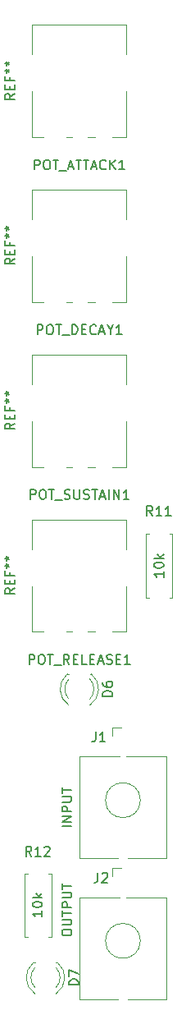
<source format=gbr>
%TF.GenerationSoftware,KiCad,Pcbnew,5.1.9+dfsg1-1~bpo10+1*%
%TF.CreationDate,2022-01-08T23:31:29+08:00*%
%TF.ProjectId,MiniADSR 1.0 - Control Panel,4d696e69-4144-4535-9220-312e30202d20,rev?*%
%TF.SameCoordinates,Original*%
%TF.FileFunction,Legend,Top*%
%TF.FilePolarity,Positive*%
%FSLAX46Y46*%
G04 Gerber Fmt 4.6, Leading zero omitted, Abs format (unit mm)*
G04 Created by KiCad (PCBNEW 5.1.9+dfsg1-1~bpo10+1) date 2022-01-08 23:31:29*
%MOMM*%
%LPD*%
G01*
G04 APERTURE LIST*
%ADD10C,0.120000*%
%ADD11C,0.150000*%
G04 APERTURE END LIST*
D10*
%TO.C,POT_RELEASE1*%
X106370000Y-116620000D02*
X106370000Y-111900000D01*
X106370000Y-116620000D02*
X104880000Y-116620000D01*
X103160000Y-116620000D02*
X102330000Y-116620000D01*
X97810000Y-116620000D02*
X96630000Y-116620000D01*
X106370000Y-105030000D02*
X96630000Y-105030000D01*
X106370000Y-108090000D02*
X106370000Y-105030000D01*
X96620000Y-116620000D02*
X96620000Y-111900000D01*
X96630000Y-108090000D02*
X96630000Y-105030000D01*
X100710000Y-116620000D02*
X100180000Y-116620000D01*
%TO.C,J1*%
X104940000Y-126500000D02*
X104940000Y-127300000D01*
X110500000Y-129480000D02*
X110500000Y-139980000D01*
X110500000Y-129480000D02*
X106350000Y-129480000D01*
X105650000Y-129480000D02*
X101500000Y-129480000D01*
X107800000Y-133980000D02*
G75*
G03*
X107800000Y-133980000I-1800000J0D01*
G01*
X101500000Y-129480000D02*
X101500000Y-139980000D01*
X110500000Y-139980000D02*
X106500000Y-139980000D01*
X105500000Y-139980000D02*
X101500000Y-139980000D01*
X104940000Y-126500000D02*
X105800000Y-126500000D01*
%TO.C,R12*%
X95880000Y-148080000D02*
X96210000Y-148080000D01*
X95880000Y-141540000D02*
X95880000Y-148080000D01*
X96210000Y-141540000D02*
X95880000Y-141540000D01*
X98620000Y-148080000D02*
X98290000Y-148080000D01*
X98620000Y-141540000D02*
X98620000Y-148080000D01*
X98290000Y-141540000D02*
X98620000Y-141540000D01*
%TO.C,R11*%
X110790000Y-106540000D02*
X111120000Y-106540000D01*
X111120000Y-106540000D02*
X111120000Y-113080000D01*
X111120000Y-113080000D02*
X110790000Y-113080000D01*
X108710000Y-106540000D02*
X108380000Y-106540000D01*
X108380000Y-106540000D02*
X108380000Y-113080000D01*
X108380000Y-113080000D02*
X108710000Y-113080000D01*
%TO.C,POT_ATTACK1*%
X100710000Y-65620000D02*
X100180000Y-65620000D01*
X96630000Y-57090000D02*
X96630000Y-54030000D01*
X96620000Y-65620000D02*
X96620000Y-60900000D01*
X106370000Y-57090000D02*
X106370000Y-54030000D01*
X106370000Y-54030000D02*
X96630000Y-54030000D01*
X97810000Y-65620000D02*
X96630000Y-65620000D01*
X103160000Y-65620000D02*
X102330000Y-65620000D01*
X106370000Y-65620000D02*
X104880000Y-65620000D01*
X106370000Y-65620000D02*
X106370000Y-60900000D01*
%TO.C,POT_DECAY1*%
X100710000Y-82620000D02*
X100180000Y-82620000D01*
X96630000Y-74090000D02*
X96630000Y-71030000D01*
X96620000Y-82620000D02*
X96620000Y-77900000D01*
X106370000Y-74090000D02*
X106370000Y-71030000D01*
X106370000Y-71030000D02*
X96630000Y-71030000D01*
X97810000Y-82620000D02*
X96630000Y-82620000D01*
X103160000Y-82620000D02*
X102330000Y-82620000D01*
X106370000Y-82620000D02*
X104880000Y-82620000D01*
X106370000Y-82620000D02*
X106370000Y-77900000D01*
%TO.C,POT_SUSTAIN1*%
X106370000Y-99620000D02*
X106370000Y-94900000D01*
X106370000Y-99620000D02*
X104880000Y-99620000D01*
X103160000Y-99620000D02*
X102330000Y-99620000D01*
X97810000Y-99620000D02*
X96630000Y-99620000D01*
X106370000Y-88030000D02*
X96630000Y-88030000D01*
X106370000Y-91090000D02*
X106370000Y-88030000D01*
X96620000Y-99620000D02*
X96620000Y-94900000D01*
X96630000Y-91090000D02*
X96630000Y-88030000D01*
X100710000Y-99620000D02*
X100180000Y-99620000D01*
%TO.C,D6*%
X102736000Y-120960000D02*
X102580000Y-120960000D01*
X100420000Y-120960000D02*
X100264000Y-120960000D01*
X100420163Y-123561130D02*
G75*
G02*
X100420000Y-121479039I1079837J1041130D01*
G01*
X102579837Y-123561130D02*
G75*
G03*
X102580000Y-121479039I-1079837J1041130D01*
G01*
X100421392Y-124192335D02*
G75*
G02*
X100264484Y-120960000I1078608J1672335D01*
G01*
X102578608Y-124192335D02*
G75*
G03*
X102735516Y-120960000I-1078608J1672335D01*
G01*
%TO.C,D7*%
X96920000Y-150710000D02*
X96764000Y-150710000D01*
X99236000Y-150710000D02*
X99080000Y-150710000D01*
X99078608Y-153942335D02*
G75*
G03*
X99235516Y-150710000I-1078608J1672335D01*
G01*
X96921392Y-153942335D02*
G75*
G02*
X96764484Y-150710000I1078608J1672335D01*
G01*
X99079837Y-153311130D02*
G75*
G03*
X99080000Y-151229039I-1079837J1041130D01*
G01*
X96920163Y-153311130D02*
G75*
G02*
X96920000Y-151229039I1079837J1041130D01*
G01*
%TO.C,J2*%
X104940000Y-141000000D02*
X104940000Y-141800000D01*
X110500000Y-143980000D02*
X110500000Y-154480000D01*
X110500000Y-143980000D02*
X106350000Y-143980000D01*
X105650000Y-143980000D02*
X101500000Y-143980000D01*
X107800000Y-148480000D02*
G75*
G03*
X107800000Y-148480000I-1800000J0D01*
G01*
X101500000Y-143980000D02*
X101500000Y-154480000D01*
X110500000Y-154480000D02*
X106500000Y-154480000D01*
X105500000Y-154480000D02*
X101500000Y-154480000D01*
X104940000Y-141000000D02*
X105800000Y-141000000D01*
%TO.C,POT_RELEASE1*%
D11*
X96309523Y-119952380D02*
X96309523Y-118952380D01*
X96690476Y-118952380D01*
X96785714Y-119000000D01*
X96833333Y-119047619D01*
X96880952Y-119142857D01*
X96880952Y-119285714D01*
X96833333Y-119380952D01*
X96785714Y-119428571D01*
X96690476Y-119476190D01*
X96309523Y-119476190D01*
X97500000Y-118952380D02*
X97690476Y-118952380D01*
X97785714Y-119000000D01*
X97880952Y-119095238D01*
X97928571Y-119285714D01*
X97928571Y-119619047D01*
X97880952Y-119809523D01*
X97785714Y-119904761D01*
X97690476Y-119952380D01*
X97500000Y-119952380D01*
X97404761Y-119904761D01*
X97309523Y-119809523D01*
X97261904Y-119619047D01*
X97261904Y-119285714D01*
X97309523Y-119095238D01*
X97404761Y-119000000D01*
X97500000Y-118952380D01*
X98214285Y-118952380D02*
X98785714Y-118952380D01*
X98500000Y-119952380D02*
X98500000Y-118952380D01*
X98880952Y-120047619D02*
X99642857Y-120047619D01*
X100452380Y-119952380D02*
X100119047Y-119476190D01*
X99880952Y-119952380D02*
X99880952Y-118952380D01*
X100261904Y-118952380D01*
X100357142Y-119000000D01*
X100404761Y-119047619D01*
X100452380Y-119142857D01*
X100452380Y-119285714D01*
X100404761Y-119380952D01*
X100357142Y-119428571D01*
X100261904Y-119476190D01*
X99880952Y-119476190D01*
X100880952Y-119428571D02*
X101214285Y-119428571D01*
X101357142Y-119952380D02*
X100880952Y-119952380D01*
X100880952Y-118952380D01*
X101357142Y-118952380D01*
X102261904Y-119952380D02*
X101785714Y-119952380D01*
X101785714Y-118952380D01*
X102595238Y-119428571D02*
X102928571Y-119428571D01*
X103071428Y-119952380D02*
X102595238Y-119952380D01*
X102595238Y-118952380D01*
X103071428Y-118952380D01*
X103452380Y-119666666D02*
X103928571Y-119666666D01*
X103357142Y-119952380D02*
X103690476Y-118952380D01*
X104023809Y-119952380D01*
X104309523Y-119904761D02*
X104452380Y-119952380D01*
X104690476Y-119952380D01*
X104785714Y-119904761D01*
X104833333Y-119857142D01*
X104880952Y-119761904D01*
X104880952Y-119666666D01*
X104833333Y-119571428D01*
X104785714Y-119523809D01*
X104690476Y-119476190D01*
X104500000Y-119428571D01*
X104404761Y-119380952D01*
X104357142Y-119333333D01*
X104309523Y-119238095D01*
X104309523Y-119142857D01*
X104357142Y-119047619D01*
X104404761Y-119000000D01*
X104500000Y-118952380D01*
X104738095Y-118952380D01*
X104880952Y-119000000D01*
X105309523Y-119428571D02*
X105642857Y-119428571D01*
X105785714Y-119952380D02*
X105309523Y-119952380D01*
X105309523Y-118952380D01*
X105785714Y-118952380D01*
X106738095Y-119952380D02*
X106166666Y-119952380D01*
X106452380Y-119952380D02*
X106452380Y-118952380D01*
X106357142Y-119095238D01*
X106261904Y-119190476D01*
X106166666Y-119238095D01*
X94812380Y-112123333D02*
X94336190Y-112456666D01*
X94812380Y-112694761D02*
X93812380Y-112694761D01*
X93812380Y-112313809D01*
X93860000Y-112218571D01*
X93907619Y-112170952D01*
X94002857Y-112123333D01*
X94145714Y-112123333D01*
X94240952Y-112170952D01*
X94288571Y-112218571D01*
X94336190Y-112313809D01*
X94336190Y-112694761D01*
X94288571Y-111694761D02*
X94288571Y-111361428D01*
X94812380Y-111218571D02*
X94812380Y-111694761D01*
X93812380Y-111694761D01*
X93812380Y-111218571D01*
X94288571Y-110456666D02*
X94288571Y-110790000D01*
X94812380Y-110790000D02*
X93812380Y-110790000D01*
X93812380Y-110313809D01*
X93812380Y-109790000D02*
X94050476Y-109790000D01*
X93955238Y-110028095D02*
X94050476Y-109790000D01*
X93955238Y-109551904D01*
X94240952Y-109932857D02*
X94050476Y-109790000D01*
X94240952Y-109647142D01*
X93812380Y-109028095D02*
X94050476Y-109028095D01*
X93955238Y-109266190D02*
X94050476Y-109028095D01*
X93955238Y-108790000D01*
X94240952Y-109170952D02*
X94050476Y-109028095D01*
X94240952Y-108885238D01*
%TO.C,J1*%
X103166666Y-126952380D02*
X103166666Y-127666666D01*
X103119047Y-127809523D01*
X103023809Y-127904761D01*
X102880952Y-127952380D01*
X102785714Y-127952380D01*
X104166666Y-127952380D02*
X103595238Y-127952380D01*
X103880952Y-127952380D02*
X103880952Y-126952380D01*
X103785714Y-127095238D01*
X103690476Y-127190476D01*
X103595238Y-127238095D01*
X100702380Y-136678571D02*
X99702380Y-136678571D01*
X100702380Y-136202380D02*
X99702380Y-136202380D01*
X100702380Y-135630952D01*
X99702380Y-135630952D01*
X100702380Y-135154761D02*
X99702380Y-135154761D01*
X99702380Y-134773809D01*
X99750000Y-134678571D01*
X99797619Y-134630952D01*
X99892857Y-134583333D01*
X100035714Y-134583333D01*
X100130952Y-134630952D01*
X100178571Y-134678571D01*
X100226190Y-134773809D01*
X100226190Y-135154761D01*
X99702380Y-134154761D02*
X100511904Y-134154761D01*
X100607142Y-134107142D01*
X100654761Y-134059523D01*
X100702380Y-133964285D01*
X100702380Y-133773809D01*
X100654761Y-133678571D01*
X100607142Y-133630952D01*
X100511904Y-133583333D01*
X99702380Y-133583333D01*
X99702380Y-133250000D02*
X99702380Y-132678571D01*
X100702380Y-132964285D02*
X99702380Y-132964285D01*
%TO.C,R12*%
X96557142Y-139752380D02*
X96223809Y-139276190D01*
X95985714Y-139752380D02*
X95985714Y-138752380D01*
X96366666Y-138752380D01*
X96461904Y-138800000D01*
X96509523Y-138847619D01*
X96557142Y-138942857D01*
X96557142Y-139085714D01*
X96509523Y-139180952D01*
X96461904Y-139228571D01*
X96366666Y-139276190D01*
X95985714Y-139276190D01*
X97509523Y-139752380D02*
X96938095Y-139752380D01*
X97223809Y-139752380D02*
X97223809Y-138752380D01*
X97128571Y-138895238D01*
X97033333Y-138990476D01*
X96938095Y-139038095D01*
X97890476Y-138847619D02*
X97938095Y-138800000D01*
X98033333Y-138752380D01*
X98271428Y-138752380D01*
X98366666Y-138800000D01*
X98414285Y-138847619D01*
X98461904Y-138942857D01*
X98461904Y-139038095D01*
X98414285Y-139180952D01*
X97842857Y-139752380D01*
X98461904Y-139752380D01*
X97652380Y-145395238D02*
X97652380Y-145966666D01*
X97652380Y-145680952D02*
X96652380Y-145680952D01*
X96795238Y-145776190D01*
X96890476Y-145871428D01*
X96938095Y-145966666D01*
X96652380Y-144776190D02*
X96652380Y-144680952D01*
X96700000Y-144585714D01*
X96747619Y-144538095D01*
X96842857Y-144490476D01*
X97033333Y-144442857D01*
X97271428Y-144442857D01*
X97461904Y-144490476D01*
X97557142Y-144538095D01*
X97604761Y-144585714D01*
X97652380Y-144680952D01*
X97652380Y-144776190D01*
X97604761Y-144871428D01*
X97557142Y-144919047D01*
X97461904Y-144966666D01*
X97271428Y-145014285D01*
X97033333Y-145014285D01*
X96842857Y-144966666D01*
X96747619Y-144919047D01*
X96700000Y-144871428D01*
X96652380Y-144776190D01*
X97652380Y-144014285D02*
X96652380Y-144014285D01*
X97271428Y-143919047D02*
X97652380Y-143633333D01*
X96985714Y-143633333D02*
X97366666Y-144014285D01*
%TO.C,R11*%
X109057142Y-104652380D02*
X108723809Y-104176190D01*
X108485714Y-104652380D02*
X108485714Y-103652380D01*
X108866666Y-103652380D01*
X108961904Y-103700000D01*
X109009523Y-103747619D01*
X109057142Y-103842857D01*
X109057142Y-103985714D01*
X109009523Y-104080952D01*
X108961904Y-104128571D01*
X108866666Y-104176190D01*
X108485714Y-104176190D01*
X110009523Y-104652380D02*
X109438095Y-104652380D01*
X109723809Y-104652380D02*
X109723809Y-103652380D01*
X109628571Y-103795238D01*
X109533333Y-103890476D01*
X109438095Y-103938095D01*
X110961904Y-104652380D02*
X110390476Y-104652380D01*
X110676190Y-104652380D02*
X110676190Y-103652380D01*
X110580952Y-103795238D01*
X110485714Y-103890476D01*
X110390476Y-103938095D01*
X110202380Y-110405238D02*
X110202380Y-110976666D01*
X110202380Y-110690952D02*
X109202380Y-110690952D01*
X109345238Y-110786190D01*
X109440476Y-110881428D01*
X109488095Y-110976666D01*
X109202380Y-109786190D02*
X109202380Y-109690952D01*
X109250000Y-109595714D01*
X109297619Y-109548095D01*
X109392857Y-109500476D01*
X109583333Y-109452857D01*
X109821428Y-109452857D01*
X110011904Y-109500476D01*
X110107142Y-109548095D01*
X110154761Y-109595714D01*
X110202380Y-109690952D01*
X110202380Y-109786190D01*
X110154761Y-109881428D01*
X110107142Y-109929047D01*
X110011904Y-109976666D01*
X109821428Y-110024285D01*
X109583333Y-110024285D01*
X109392857Y-109976666D01*
X109297619Y-109929047D01*
X109250000Y-109881428D01*
X109202380Y-109786190D01*
X110202380Y-109024285D02*
X109202380Y-109024285D01*
X109821428Y-108929047D02*
X110202380Y-108643333D01*
X109535714Y-108643333D02*
X109916666Y-109024285D01*
%TO.C,POT_ATTACK1*%
X96857142Y-68952380D02*
X96857142Y-67952380D01*
X97238095Y-67952380D01*
X97333333Y-68000000D01*
X97380952Y-68047619D01*
X97428571Y-68142857D01*
X97428571Y-68285714D01*
X97380952Y-68380952D01*
X97333333Y-68428571D01*
X97238095Y-68476190D01*
X96857142Y-68476190D01*
X98047619Y-67952380D02*
X98238095Y-67952380D01*
X98333333Y-68000000D01*
X98428571Y-68095238D01*
X98476190Y-68285714D01*
X98476190Y-68619047D01*
X98428571Y-68809523D01*
X98333333Y-68904761D01*
X98238095Y-68952380D01*
X98047619Y-68952380D01*
X97952380Y-68904761D01*
X97857142Y-68809523D01*
X97809523Y-68619047D01*
X97809523Y-68285714D01*
X97857142Y-68095238D01*
X97952380Y-68000000D01*
X98047619Y-67952380D01*
X98761904Y-67952380D02*
X99333333Y-67952380D01*
X99047619Y-68952380D02*
X99047619Y-67952380D01*
X99428571Y-69047619D02*
X100190476Y-69047619D01*
X100380952Y-68666666D02*
X100857142Y-68666666D01*
X100285714Y-68952380D02*
X100619047Y-67952380D01*
X100952380Y-68952380D01*
X101142857Y-67952380D02*
X101714285Y-67952380D01*
X101428571Y-68952380D02*
X101428571Y-67952380D01*
X101904761Y-67952380D02*
X102476190Y-67952380D01*
X102190476Y-68952380D02*
X102190476Y-67952380D01*
X102761904Y-68666666D02*
X103238095Y-68666666D01*
X102666666Y-68952380D02*
X103000000Y-67952380D01*
X103333333Y-68952380D01*
X104238095Y-68857142D02*
X104190476Y-68904761D01*
X104047619Y-68952380D01*
X103952380Y-68952380D01*
X103809523Y-68904761D01*
X103714285Y-68809523D01*
X103666666Y-68714285D01*
X103619047Y-68523809D01*
X103619047Y-68380952D01*
X103666666Y-68190476D01*
X103714285Y-68095238D01*
X103809523Y-68000000D01*
X103952380Y-67952380D01*
X104047619Y-67952380D01*
X104190476Y-68000000D01*
X104238095Y-68047619D01*
X104666666Y-68952380D02*
X104666666Y-67952380D01*
X105238095Y-68952380D02*
X104809523Y-68380952D01*
X105238095Y-67952380D02*
X104666666Y-68523809D01*
X106190476Y-68952380D02*
X105619047Y-68952380D01*
X105904761Y-68952380D02*
X105904761Y-67952380D01*
X105809523Y-68095238D01*
X105714285Y-68190476D01*
X105619047Y-68238095D01*
X94812380Y-61123333D02*
X94336190Y-61456666D01*
X94812380Y-61694761D02*
X93812380Y-61694761D01*
X93812380Y-61313809D01*
X93860000Y-61218571D01*
X93907619Y-61170952D01*
X94002857Y-61123333D01*
X94145714Y-61123333D01*
X94240952Y-61170952D01*
X94288571Y-61218571D01*
X94336190Y-61313809D01*
X94336190Y-61694761D01*
X94288571Y-60694761D02*
X94288571Y-60361428D01*
X94812380Y-60218571D02*
X94812380Y-60694761D01*
X93812380Y-60694761D01*
X93812380Y-60218571D01*
X94288571Y-59456666D02*
X94288571Y-59790000D01*
X94812380Y-59790000D02*
X93812380Y-59790000D01*
X93812380Y-59313809D01*
X93812380Y-58790000D02*
X94050476Y-58790000D01*
X93955238Y-59028095D02*
X94050476Y-58790000D01*
X93955238Y-58551904D01*
X94240952Y-58932857D02*
X94050476Y-58790000D01*
X94240952Y-58647142D01*
X93812380Y-58028095D02*
X94050476Y-58028095D01*
X93955238Y-58266190D02*
X94050476Y-58028095D01*
X93955238Y-57790000D01*
X94240952Y-58170952D02*
X94050476Y-58028095D01*
X94240952Y-57885238D01*
%TO.C,POT_DECAY1*%
X97166666Y-85952380D02*
X97166666Y-84952380D01*
X97547619Y-84952380D01*
X97642857Y-85000000D01*
X97690476Y-85047619D01*
X97738095Y-85142857D01*
X97738095Y-85285714D01*
X97690476Y-85380952D01*
X97642857Y-85428571D01*
X97547619Y-85476190D01*
X97166666Y-85476190D01*
X98357142Y-84952380D02*
X98547619Y-84952380D01*
X98642857Y-85000000D01*
X98738095Y-85095238D01*
X98785714Y-85285714D01*
X98785714Y-85619047D01*
X98738095Y-85809523D01*
X98642857Y-85904761D01*
X98547619Y-85952380D01*
X98357142Y-85952380D01*
X98261904Y-85904761D01*
X98166666Y-85809523D01*
X98119047Y-85619047D01*
X98119047Y-85285714D01*
X98166666Y-85095238D01*
X98261904Y-85000000D01*
X98357142Y-84952380D01*
X99071428Y-84952380D02*
X99642857Y-84952380D01*
X99357142Y-85952380D02*
X99357142Y-84952380D01*
X99738095Y-86047619D02*
X100500000Y-86047619D01*
X100738095Y-85952380D02*
X100738095Y-84952380D01*
X100976190Y-84952380D01*
X101119047Y-85000000D01*
X101214285Y-85095238D01*
X101261904Y-85190476D01*
X101309523Y-85380952D01*
X101309523Y-85523809D01*
X101261904Y-85714285D01*
X101214285Y-85809523D01*
X101119047Y-85904761D01*
X100976190Y-85952380D01*
X100738095Y-85952380D01*
X101738095Y-85428571D02*
X102071428Y-85428571D01*
X102214285Y-85952380D02*
X101738095Y-85952380D01*
X101738095Y-84952380D01*
X102214285Y-84952380D01*
X103214285Y-85857142D02*
X103166666Y-85904761D01*
X103023809Y-85952380D01*
X102928571Y-85952380D01*
X102785714Y-85904761D01*
X102690476Y-85809523D01*
X102642857Y-85714285D01*
X102595238Y-85523809D01*
X102595238Y-85380952D01*
X102642857Y-85190476D01*
X102690476Y-85095238D01*
X102785714Y-85000000D01*
X102928571Y-84952380D01*
X103023809Y-84952380D01*
X103166666Y-85000000D01*
X103214285Y-85047619D01*
X103595238Y-85666666D02*
X104071428Y-85666666D01*
X103500000Y-85952380D02*
X103833333Y-84952380D01*
X104166666Y-85952380D01*
X104690476Y-85476190D02*
X104690476Y-85952380D01*
X104357142Y-84952380D02*
X104690476Y-85476190D01*
X105023809Y-84952380D01*
X105880952Y-85952380D02*
X105309523Y-85952380D01*
X105595238Y-85952380D02*
X105595238Y-84952380D01*
X105500000Y-85095238D01*
X105404761Y-85190476D01*
X105309523Y-85238095D01*
X94812380Y-78123333D02*
X94336190Y-78456666D01*
X94812380Y-78694761D02*
X93812380Y-78694761D01*
X93812380Y-78313809D01*
X93860000Y-78218571D01*
X93907619Y-78170952D01*
X94002857Y-78123333D01*
X94145714Y-78123333D01*
X94240952Y-78170952D01*
X94288571Y-78218571D01*
X94336190Y-78313809D01*
X94336190Y-78694761D01*
X94288571Y-77694761D02*
X94288571Y-77361428D01*
X94812380Y-77218571D02*
X94812380Y-77694761D01*
X93812380Y-77694761D01*
X93812380Y-77218571D01*
X94288571Y-76456666D02*
X94288571Y-76790000D01*
X94812380Y-76790000D02*
X93812380Y-76790000D01*
X93812380Y-76313809D01*
X93812380Y-75790000D02*
X94050476Y-75790000D01*
X93955238Y-76028095D02*
X94050476Y-75790000D01*
X93955238Y-75551904D01*
X94240952Y-75932857D02*
X94050476Y-75790000D01*
X94240952Y-75647142D01*
X93812380Y-75028095D02*
X94050476Y-75028095D01*
X93955238Y-75266190D02*
X94050476Y-75028095D01*
X93955238Y-74790000D01*
X94240952Y-75170952D02*
X94050476Y-75028095D01*
X94240952Y-74885238D01*
%TO.C,POT_SUSTAIN1*%
X96428571Y-102952380D02*
X96428571Y-101952380D01*
X96809523Y-101952380D01*
X96904761Y-102000000D01*
X96952380Y-102047619D01*
X97000000Y-102142857D01*
X97000000Y-102285714D01*
X96952380Y-102380952D01*
X96904761Y-102428571D01*
X96809523Y-102476190D01*
X96428571Y-102476190D01*
X97619047Y-101952380D02*
X97809523Y-101952380D01*
X97904761Y-102000000D01*
X98000000Y-102095238D01*
X98047619Y-102285714D01*
X98047619Y-102619047D01*
X98000000Y-102809523D01*
X97904761Y-102904761D01*
X97809523Y-102952380D01*
X97619047Y-102952380D01*
X97523809Y-102904761D01*
X97428571Y-102809523D01*
X97380952Y-102619047D01*
X97380952Y-102285714D01*
X97428571Y-102095238D01*
X97523809Y-102000000D01*
X97619047Y-101952380D01*
X98333333Y-101952380D02*
X98904761Y-101952380D01*
X98619047Y-102952380D02*
X98619047Y-101952380D01*
X99000000Y-103047619D02*
X99761904Y-103047619D01*
X99952380Y-102904761D02*
X100095238Y-102952380D01*
X100333333Y-102952380D01*
X100428571Y-102904761D01*
X100476190Y-102857142D01*
X100523809Y-102761904D01*
X100523809Y-102666666D01*
X100476190Y-102571428D01*
X100428571Y-102523809D01*
X100333333Y-102476190D01*
X100142857Y-102428571D01*
X100047619Y-102380952D01*
X100000000Y-102333333D01*
X99952380Y-102238095D01*
X99952380Y-102142857D01*
X100000000Y-102047619D01*
X100047619Y-102000000D01*
X100142857Y-101952380D01*
X100380952Y-101952380D01*
X100523809Y-102000000D01*
X100952380Y-101952380D02*
X100952380Y-102761904D01*
X101000000Y-102857142D01*
X101047619Y-102904761D01*
X101142857Y-102952380D01*
X101333333Y-102952380D01*
X101428571Y-102904761D01*
X101476190Y-102857142D01*
X101523809Y-102761904D01*
X101523809Y-101952380D01*
X101952380Y-102904761D02*
X102095238Y-102952380D01*
X102333333Y-102952380D01*
X102428571Y-102904761D01*
X102476190Y-102857142D01*
X102523809Y-102761904D01*
X102523809Y-102666666D01*
X102476190Y-102571428D01*
X102428571Y-102523809D01*
X102333333Y-102476190D01*
X102142857Y-102428571D01*
X102047619Y-102380952D01*
X102000000Y-102333333D01*
X101952380Y-102238095D01*
X101952380Y-102142857D01*
X102000000Y-102047619D01*
X102047619Y-102000000D01*
X102142857Y-101952380D01*
X102380952Y-101952380D01*
X102523809Y-102000000D01*
X102809523Y-101952380D02*
X103380952Y-101952380D01*
X103095238Y-102952380D02*
X103095238Y-101952380D01*
X103666666Y-102666666D02*
X104142857Y-102666666D01*
X103571428Y-102952380D02*
X103904761Y-101952380D01*
X104238095Y-102952380D01*
X104571428Y-102952380D02*
X104571428Y-101952380D01*
X105047619Y-102952380D02*
X105047619Y-101952380D01*
X105619047Y-102952380D01*
X105619047Y-101952380D01*
X106619047Y-102952380D02*
X106047619Y-102952380D01*
X106333333Y-102952380D02*
X106333333Y-101952380D01*
X106238095Y-102095238D01*
X106142857Y-102190476D01*
X106047619Y-102238095D01*
X94812380Y-95123333D02*
X94336190Y-95456666D01*
X94812380Y-95694761D02*
X93812380Y-95694761D01*
X93812380Y-95313809D01*
X93860000Y-95218571D01*
X93907619Y-95170952D01*
X94002857Y-95123333D01*
X94145714Y-95123333D01*
X94240952Y-95170952D01*
X94288571Y-95218571D01*
X94336190Y-95313809D01*
X94336190Y-95694761D01*
X94288571Y-94694761D02*
X94288571Y-94361428D01*
X94812380Y-94218571D02*
X94812380Y-94694761D01*
X93812380Y-94694761D01*
X93812380Y-94218571D01*
X94288571Y-93456666D02*
X94288571Y-93790000D01*
X94812380Y-93790000D02*
X93812380Y-93790000D01*
X93812380Y-93313809D01*
X93812380Y-92790000D02*
X94050476Y-92790000D01*
X93955238Y-93028095D02*
X94050476Y-92790000D01*
X93955238Y-92551904D01*
X94240952Y-92932857D02*
X94050476Y-92790000D01*
X94240952Y-92647142D01*
X93812380Y-92028095D02*
X94050476Y-92028095D01*
X93955238Y-92266190D02*
X94050476Y-92028095D01*
X93955238Y-91790000D01*
X94240952Y-92170952D02*
X94050476Y-92028095D01*
X94240952Y-91885238D01*
%TO.C,D6*%
X104912380Y-123258095D02*
X103912380Y-123258095D01*
X103912380Y-123020000D01*
X103960000Y-122877142D01*
X104055238Y-122781904D01*
X104150476Y-122734285D01*
X104340952Y-122686666D01*
X104483809Y-122686666D01*
X104674285Y-122734285D01*
X104769523Y-122781904D01*
X104864761Y-122877142D01*
X104912380Y-123020000D01*
X104912380Y-123258095D01*
X103912380Y-121829523D02*
X103912380Y-122020000D01*
X103960000Y-122115238D01*
X104007619Y-122162857D01*
X104150476Y-122258095D01*
X104340952Y-122305714D01*
X104721904Y-122305714D01*
X104817142Y-122258095D01*
X104864761Y-122210476D01*
X104912380Y-122115238D01*
X104912380Y-121924761D01*
X104864761Y-121829523D01*
X104817142Y-121781904D01*
X104721904Y-121734285D01*
X104483809Y-121734285D01*
X104388571Y-121781904D01*
X104340952Y-121829523D01*
X104293333Y-121924761D01*
X104293333Y-122115238D01*
X104340952Y-122210476D01*
X104388571Y-122258095D01*
X104483809Y-122305714D01*
%TO.C,D7*%
X101412380Y-153008095D02*
X100412380Y-153008095D01*
X100412380Y-152770000D01*
X100460000Y-152627142D01*
X100555238Y-152531904D01*
X100650476Y-152484285D01*
X100840952Y-152436666D01*
X100983809Y-152436666D01*
X101174285Y-152484285D01*
X101269523Y-152531904D01*
X101364761Y-152627142D01*
X101412380Y-152770000D01*
X101412380Y-153008095D01*
X100412380Y-152103333D02*
X100412380Y-151436666D01*
X101412380Y-151865238D01*
%TO.C,J2*%
X103416666Y-141452380D02*
X103416666Y-142166666D01*
X103369047Y-142309523D01*
X103273809Y-142404761D01*
X103130952Y-142452380D01*
X103035714Y-142452380D01*
X103845238Y-141547619D02*
X103892857Y-141500000D01*
X103988095Y-141452380D01*
X104226190Y-141452380D01*
X104321428Y-141500000D01*
X104369047Y-141547619D01*
X104416666Y-141642857D01*
X104416666Y-141738095D01*
X104369047Y-141880952D01*
X103797619Y-142452380D01*
X104416666Y-142452380D01*
X99702380Y-147704761D02*
X99702380Y-147514285D01*
X99750000Y-147419047D01*
X99845238Y-147323809D01*
X100035714Y-147276190D01*
X100369047Y-147276190D01*
X100559523Y-147323809D01*
X100654761Y-147419047D01*
X100702380Y-147514285D01*
X100702380Y-147704761D01*
X100654761Y-147800000D01*
X100559523Y-147895238D01*
X100369047Y-147942857D01*
X100035714Y-147942857D01*
X99845238Y-147895238D01*
X99750000Y-147800000D01*
X99702380Y-147704761D01*
X99702380Y-146847619D02*
X100511904Y-146847619D01*
X100607142Y-146800000D01*
X100654761Y-146752380D01*
X100702380Y-146657142D01*
X100702380Y-146466666D01*
X100654761Y-146371428D01*
X100607142Y-146323809D01*
X100511904Y-146276190D01*
X99702380Y-146276190D01*
X99702380Y-145942857D02*
X99702380Y-145371428D01*
X100702380Y-145657142D02*
X99702380Y-145657142D01*
X100702380Y-145038095D02*
X99702380Y-145038095D01*
X99702380Y-144657142D01*
X99750000Y-144561904D01*
X99797619Y-144514285D01*
X99892857Y-144466666D01*
X100035714Y-144466666D01*
X100130952Y-144514285D01*
X100178571Y-144561904D01*
X100226190Y-144657142D01*
X100226190Y-145038095D01*
X99702380Y-144038095D02*
X100511904Y-144038095D01*
X100607142Y-143990476D01*
X100654761Y-143942857D01*
X100702380Y-143847619D01*
X100702380Y-143657142D01*
X100654761Y-143561904D01*
X100607142Y-143514285D01*
X100511904Y-143466666D01*
X99702380Y-143466666D01*
X99702380Y-143133333D02*
X99702380Y-142561904D01*
X100702380Y-142847619D02*
X99702380Y-142847619D01*
%TD*%
M02*

</source>
